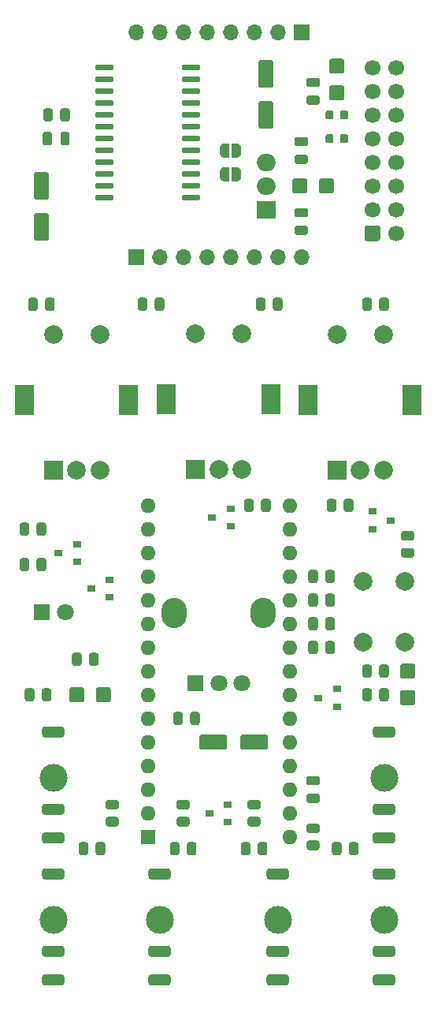
<source format=gts>
%TF.GenerationSoftware,KiCad,Pcbnew,(5.1.10)-1*%
%TF.CreationDate,2022-04-24T20:33:29+02:00*%
%TF.ProjectId,eugenio,65756765-6e69-46f2-9e6b-696361645f70,rev?*%
%TF.SameCoordinates,Original*%
%TF.FileFunction,Soldermask,Top*%
%TF.FilePolarity,Negative*%
%FSLAX46Y46*%
G04 Gerber Fmt 4.6, Leading zero omitted, Abs format (unit mm)*
G04 Created by KiCad (PCBNEW (5.1.10)-1) date 2022-04-24 20:33:29*
%MOMM*%
%LPD*%
G01*
G04 APERTURE LIST*
%ADD10C,3.000000*%
%ADD11O,1.700000X1.700000*%
%ADD12R,1.700000X1.700000*%
%ADD13O,2.720000X3.240000*%
%ADD14C,1.800000*%
%ADD15R,1.800000X1.800000*%
%ADD16R,2.000000X2.000000*%
%ADD17C,2.000000*%
%ADD18R,2.000000X3.200000*%
%ADD19O,2.000000X1.905000*%
%ADD20R,2.000000X1.905000*%
%ADD21C,1.700000*%
%ADD22O,1.600000X1.600000*%
%ADD23R,1.600000X1.600000*%
%ADD24R,0.900000X0.800000*%
%ADD25C,0.100000*%
G04 APERTURE END LIST*
%TO.C,J2*%
G36*
G01*
X90240000Y-152860000D02*
X90240000Y-152260000D01*
G75*
G02*
X90540000Y-151960000I300000J0D01*
G01*
X92340000Y-151960000D01*
G75*
G02*
X92640000Y-152260000I0J-300000D01*
G01*
X92640000Y-152860000D01*
G75*
G02*
X92340000Y-153160000I-300000J0D01*
G01*
X90540000Y-153160000D01*
G75*
G02*
X90240000Y-152860000I0J300000D01*
G01*
G37*
G36*
G01*
X90240000Y-161160000D02*
X90240000Y-160560000D01*
G75*
G02*
X90540000Y-160260000I300000J0D01*
G01*
X92340000Y-160260000D01*
G75*
G02*
X92640000Y-160560000I0J-300000D01*
G01*
X92640000Y-161160000D01*
G75*
G02*
X92340000Y-161460000I-300000J0D01*
G01*
X90540000Y-161460000D01*
G75*
G02*
X90240000Y-161160000I0J300000D01*
G01*
G37*
G36*
G01*
X90240000Y-164260000D02*
X90240000Y-163660000D01*
G75*
G02*
X90540000Y-163360000I300000J0D01*
G01*
X92340000Y-163360000D01*
G75*
G02*
X92640000Y-163660000I0J-300000D01*
G01*
X92640000Y-164260000D01*
G75*
G02*
X92340000Y-164560000I-300000J0D01*
G01*
X90540000Y-164560000D01*
G75*
G02*
X90240000Y-164260000I0J300000D01*
G01*
G37*
D10*
X91440000Y-157480000D03*
%TD*%
%TO.C,J1*%
G36*
G01*
X54680000Y-152860000D02*
X54680000Y-152260000D01*
G75*
G02*
X54980000Y-151960000I300000J0D01*
G01*
X56780000Y-151960000D01*
G75*
G02*
X57080000Y-152260000I0J-300000D01*
G01*
X57080000Y-152860000D01*
G75*
G02*
X56780000Y-153160000I-300000J0D01*
G01*
X54980000Y-153160000D01*
G75*
G02*
X54680000Y-152860000I0J300000D01*
G01*
G37*
G36*
G01*
X54680000Y-161160000D02*
X54680000Y-160560000D01*
G75*
G02*
X54980000Y-160260000I300000J0D01*
G01*
X56780000Y-160260000D01*
G75*
G02*
X57080000Y-160560000I0J-300000D01*
G01*
X57080000Y-161160000D01*
G75*
G02*
X56780000Y-161460000I-300000J0D01*
G01*
X54980000Y-161460000D01*
G75*
G02*
X54680000Y-161160000I0J300000D01*
G01*
G37*
G36*
G01*
X54680000Y-164260000D02*
X54680000Y-163660000D01*
G75*
G02*
X54980000Y-163360000I300000J0D01*
G01*
X56780000Y-163360000D01*
G75*
G02*
X57080000Y-163660000I0J-300000D01*
G01*
X57080000Y-164260000D01*
G75*
G02*
X56780000Y-164560000I-300000J0D01*
G01*
X54980000Y-164560000D01*
G75*
G02*
X54680000Y-164260000I0J300000D01*
G01*
G37*
X55880000Y-157480000D03*
%TD*%
%TO.C,U2*%
G36*
G01*
X62390000Y-79872500D02*
X62390000Y-80147500D01*
G75*
G02*
X62252500Y-80285000I-137500J0D01*
G01*
X60527500Y-80285000D01*
G75*
G02*
X60390000Y-80147500I0J137500D01*
G01*
X60390000Y-79872500D01*
G75*
G02*
X60527500Y-79735000I137500J0D01*
G01*
X62252500Y-79735000D01*
G75*
G02*
X62390000Y-79872500I0J-137500D01*
G01*
G37*
G36*
G01*
X62390000Y-78602500D02*
X62390000Y-78877500D01*
G75*
G02*
X62252500Y-79015000I-137500J0D01*
G01*
X60527500Y-79015000D01*
G75*
G02*
X60390000Y-78877500I0J137500D01*
G01*
X60390000Y-78602500D01*
G75*
G02*
X60527500Y-78465000I137500J0D01*
G01*
X62252500Y-78465000D01*
G75*
G02*
X62390000Y-78602500I0J-137500D01*
G01*
G37*
G36*
G01*
X62390000Y-77332500D02*
X62390000Y-77607500D01*
G75*
G02*
X62252500Y-77745000I-137500J0D01*
G01*
X60527500Y-77745000D01*
G75*
G02*
X60390000Y-77607500I0J137500D01*
G01*
X60390000Y-77332500D01*
G75*
G02*
X60527500Y-77195000I137500J0D01*
G01*
X62252500Y-77195000D01*
G75*
G02*
X62390000Y-77332500I0J-137500D01*
G01*
G37*
G36*
G01*
X62390000Y-76062500D02*
X62390000Y-76337500D01*
G75*
G02*
X62252500Y-76475000I-137500J0D01*
G01*
X60527500Y-76475000D01*
G75*
G02*
X60390000Y-76337500I0J137500D01*
G01*
X60390000Y-76062500D01*
G75*
G02*
X60527500Y-75925000I137500J0D01*
G01*
X62252500Y-75925000D01*
G75*
G02*
X62390000Y-76062500I0J-137500D01*
G01*
G37*
G36*
G01*
X62390000Y-74792500D02*
X62390000Y-75067500D01*
G75*
G02*
X62252500Y-75205000I-137500J0D01*
G01*
X60527500Y-75205000D01*
G75*
G02*
X60390000Y-75067500I0J137500D01*
G01*
X60390000Y-74792500D01*
G75*
G02*
X60527500Y-74655000I137500J0D01*
G01*
X62252500Y-74655000D01*
G75*
G02*
X62390000Y-74792500I0J-137500D01*
G01*
G37*
G36*
G01*
X62390000Y-73522500D02*
X62390000Y-73797500D01*
G75*
G02*
X62252500Y-73935000I-137500J0D01*
G01*
X60527500Y-73935000D01*
G75*
G02*
X60390000Y-73797500I0J137500D01*
G01*
X60390000Y-73522500D01*
G75*
G02*
X60527500Y-73385000I137500J0D01*
G01*
X62252500Y-73385000D01*
G75*
G02*
X62390000Y-73522500I0J-137500D01*
G01*
G37*
G36*
G01*
X62390000Y-72252500D02*
X62390000Y-72527500D01*
G75*
G02*
X62252500Y-72665000I-137500J0D01*
G01*
X60527500Y-72665000D01*
G75*
G02*
X60390000Y-72527500I0J137500D01*
G01*
X60390000Y-72252500D01*
G75*
G02*
X60527500Y-72115000I137500J0D01*
G01*
X62252500Y-72115000D01*
G75*
G02*
X62390000Y-72252500I0J-137500D01*
G01*
G37*
G36*
G01*
X62390000Y-70982500D02*
X62390000Y-71257500D01*
G75*
G02*
X62252500Y-71395000I-137500J0D01*
G01*
X60527500Y-71395000D01*
G75*
G02*
X60390000Y-71257500I0J137500D01*
G01*
X60390000Y-70982500D01*
G75*
G02*
X60527500Y-70845000I137500J0D01*
G01*
X62252500Y-70845000D01*
G75*
G02*
X62390000Y-70982500I0J-137500D01*
G01*
G37*
G36*
G01*
X62390000Y-69712500D02*
X62390000Y-69987500D01*
G75*
G02*
X62252500Y-70125000I-137500J0D01*
G01*
X60527500Y-70125000D01*
G75*
G02*
X60390000Y-69987500I0J137500D01*
G01*
X60390000Y-69712500D01*
G75*
G02*
X60527500Y-69575000I137500J0D01*
G01*
X62252500Y-69575000D01*
G75*
G02*
X62390000Y-69712500I0J-137500D01*
G01*
G37*
G36*
G01*
X62390000Y-68442500D02*
X62390000Y-68717500D01*
G75*
G02*
X62252500Y-68855000I-137500J0D01*
G01*
X60527500Y-68855000D01*
G75*
G02*
X60390000Y-68717500I0J137500D01*
G01*
X60390000Y-68442500D01*
G75*
G02*
X60527500Y-68305000I137500J0D01*
G01*
X62252500Y-68305000D01*
G75*
G02*
X62390000Y-68442500I0J-137500D01*
G01*
G37*
G36*
G01*
X62390000Y-67172500D02*
X62390000Y-67447500D01*
G75*
G02*
X62252500Y-67585000I-137500J0D01*
G01*
X60527500Y-67585000D01*
G75*
G02*
X60390000Y-67447500I0J137500D01*
G01*
X60390000Y-67172500D01*
G75*
G02*
X60527500Y-67035000I137500J0D01*
G01*
X62252500Y-67035000D01*
G75*
G02*
X62390000Y-67172500I0J-137500D01*
G01*
G37*
G36*
G01*
X62390000Y-65902500D02*
X62390000Y-66177500D01*
G75*
G02*
X62252500Y-66315000I-137500J0D01*
G01*
X60527500Y-66315000D01*
G75*
G02*
X60390000Y-66177500I0J137500D01*
G01*
X60390000Y-65902500D01*
G75*
G02*
X60527500Y-65765000I137500J0D01*
G01*
X62252500Y-65765000D01*
G75*
G02*
X62390000Y-65902500I0J-137500D01*
G01*
G37*
G36*
G01*
X71690000Y-65902500D02*
X71690000Y-66177500D01*
G75*
G02*
X71552500Y-66315000I-137500J0D01*
G01*
X69827500Y-66315000D01*
G75*
G02*
X69690000Y-66177500I0J137500D01*
G01*
X69690000Y-65902500D01*
G75*
G02*
X69827500Y-65765000I137500J0D01*
G01*
X71552500Y-65765000D01*
G75*
G02*
X71690000Y-65902500I0J-137500D01*
G01*
G37*
G36*
G01*
X71690000Y-67172500D02*
X71690000Y-67447500D01*
G75*
G02*
X71552500Y-67585000I-137500J0D01*
G01*
X69827500Y-67585000D01*
G75*
G02*
X69690000Y-67447500I0J137500D01*
G01*
X69690000Y-67172500D01*
G75*
G02*
X69827500Y-67035000I137500J0D01*
G01*
X71552500Y-67035000D01*
G75*
G02*
X71690000Y-67172500I0J-137500D01*
G01*
G37*
G36*
G01*
X71690000Y-68442500D02*
X71690000Y-68717500D01*
G75*
G02*
X71552500Y-68855000I-137500J0D01*
G01*
X69827500Y-68855000D01*
G75*
G02*
X69690000Y-68717500I0J137500D01*
G01*
X69690000Y-68442500D01*
G75*
G02*
X69827500Y-68305000I137500J0D01*
G01*
X71552500Y-68305000D01*
G75*
G02*
X71690000Y-68442500I0J-137500D01*
G01*
G37*
G36*
G01*
X71690000Y-69712500D02*
X71690000Y-69987500D01*
G75*
G02*
X71552500Y-70125000I-137500J0D01*
G01*
X69827500Y-70125000D01*
G75*
G02*
X69690000Y-69987500I0J137500D01*
G01*
X69690000Y-69712500D01*
G75*
G02*
X69827500Y-69575000I137500J0D01*
G01*
X71552500Y-69575000D01*
G75*
G02*
X71690000Y-69712500I0J-137500D01*
G01*
G37*
G36*
G01*
X71690000Y-70982500D02*
X71690000Y-71257500D01*
G75*
G02*
X71552500Y-71395000I-137500J0D01*
G01*
X69827500Y-71395000D01*
G75*
G02*
X69690000Y-71257500I0J137500D01*
G01*
X69690000Y-70982500D01*
G75*
G02*
X69827500Y-70845000I137500J0D01*
G01*
X71552500Y-70845000D01*
G75*
G02*
X71690000Y-70982500I0J-137500D01*
G01*
G37*
G36*
G01*
X71690000Y-72252500D02*
X71690000Y-72527500D01*
G75*
G02*
X71552500Y-72665000I-137500J0D01*
G01*
X69827500Y-72665000D01*
G75*
G02*
X69690000Y-72527500I0J137500D01*
G01*
X69690000Y-72252500D01*
G75*
G02*
X69827500Y-72115000I137500J0D01*
G01*
X71552500Y-72115000D01*
G75*
G02*
X71690000Y-72252500I0J-137500D01*
G01*
G37*
G36*
G01*
X71690000Y-73522500D02*
X71690000Y-73797500D01*
G75*
G02*
X71552500Y-73935000I-137500J0D01*
G01*
X69827500Y-73935000D01*
G75*
G02*
X69690000Y-73797500I0J137500D01*
G01*
X69690000Y-73522500D01*
G75*
G02*
X69827500Y-73385000I137500J0D01*
G01*
X71552500Y-73385000D01*
G75*
G02*
X71690000Y-73522500I0J-137500D01*
G01*
G37*
G36*
G01*
X71690000Y-74792500D02*
X71690000Y-75067500D01*
G75*
G02*
X71552500Y-75205000I-137500J0D01*
G01*
X69827500Y-75205000D01*
G75*
G02*
X69690000Y-75067500I0J137500D01*
G01*
X69690000Y-74792500D01*
G75*
G02*
X69827500Y-74655000I137500J0D01*
G01*
X71552500Y-74655000D01*
G75*
G02*
X71690000Y-74792500I0J-137500D01*
G01*
G37*
G36*
G01*
X71690000Y-76062500D02*
X71690000Y-76337500D01*
G75*
G02*
X71552500Y-76475000I-137500J0D01*
G01*
X69827500Y-76475000D01*
G75*
G02*
X69690000Y-76337500I0J137500D01*
G01*
X69690000Y-76062500D01*
G75*
G02*
X69827500Y-75925000I137500J0D01*
G01*
X71552500Y-75925000D01*
G75*
G02*
X71690000Y-76062500I0J-137500D01*
G01*
G37*
G36*
G01*
X71690000Y-77332500D02*
X71690000Y-77607500D01*
G75*
G02*
X71552500Y-77745000I-137500J0D01*
G01*
X69827500Y-77745000D01*
G75*
G02*
X69690000Y-77607500I0J137500D01*
G01*
X69690000Y-77332500D01*
G75*
G02*
X69827500Y-77195000I137500J0D01*
G01*
X71552500Y-77195000D01*
G75*
G02*
X71690000Y-77332500I0J-137500D01*
G01*
G37*
G36*
G01*
X71690000Y-78602500D02*
X71690000Y-78877500D01*
G75*
G02*
X71552500Y-79015000I-137500J0D01*
G01*
X69827500Y-79015000D01*
G75*
G02*
X69690000Y-78877500I0J137500D01*
G01*
X69690000Y-78602500D01*
G75*
G02*
X69827500Y-78465000I137500J0D01*
G01*
X71552500Y-78465000D01*
G75*
G02*
X71690000Y-78602500I0J-137500D01*
G01*
G37*
G36*
G01*
X71690000Y-79872500D02*
X71690000Y-80147500D01*
G75*
G02*
X71552500Y-80285000I-137500J0D01*
G01*
X69827500Y-80285000D01*
G75*
G02*
X69690000Y-80147500I0J137500D01*
G01*
X69690000Y-79872500D01*
G75*
G02*
X69827500Y-79735000I137500J0D01*
G01*
X71552500Y-79735000D01*
G75*
G02*
X71690000Y-79872500I0J-137500D01*
G01*
G37*
%TD*%
D11*
%TO.C,J8*%
X82550000Y-86360000D03*
X80010000Y-86360000D03*
X77470000Y-86360000D03*
X74930000Y-86360000D03*
X72390000Y-86360000D03*
X69850000Y-86360000D03*
X67310000Y-86360000D03*
D12*
X64770000Y-86360000D03*
%TD*%
%TO.C,C3*%
G36*
G01*
X83345000Y-143960000D02*
X84295000Y-143960000D01*
G75*
G02*
X84545000Y-144210000I0J-250000D01*
G01*
X84545000Y-144710000D01*
G75*
G02*
X84295000Y-144960000I-250000J0D01*
G01*
X83345000Y-144960000D01*
G75*
G02*
X83095000Y-144710000I0J250000D01*
G01*
X83095000Y-144210000D01*
G75*
G02*
X83345000Y-143960000I250000J0D01*
G01*
G37*
G36*
G01*
X83345000Y-142060000D02*
X84295000Y-142060000D01*
G75*
G02*
X84545000Y-142310000I0J-250000D01*
G01*
X84545000Y-142810000D01*
G75*
G02*
X84295000Y-143060000I-250000J0D01*
G01*
X83345000Y-143060000D01*
G75*
G02*
X83095000Y-142810000I0J250000D01*
G01*
X83095000Y-142310000D01*
G75*
G02*
X83345000Y-142060000I250000J0D01*
G01*
G37*
%TD*%
%TO.C,R24*%
G36*
G01*
X53297500Y-118929998D02*
X53297500Y-119830002D01*
G75*
G02*
X53047502Y-120080000I-249998J0D01*
G01*
X52522498Y-120080000D01*
G75*
G02*
X52272500Y-119830002I0J249998D01*
G01*
X52272500Y-118929998D01*
G75*
G02*
X52522498Y-118680000I249998J0D01*
G01*
X53047502Y-118680000D01*
G75*
G02*
X53297500Y-118929998I0J-249998D01*
G01*
G37*
G36*
G01*
X55122500Y-118929998D02*
X55122500Y-119830002D01*
G75*
G02*
X54872502Y-120080000I-249998J0D01*
G01*
X54347498Y-120080000D01*
G75*
G02*
X54097500Y-119830002I0J249998D01*
G01*
X54097500Y-118929998D01*
G75*
G02*
X54347498Y-118680000I249998J0D01*
G01*
X54872502Y-118680000D01*
G75*
G02*
X55122500Y-118929998I0J-249998D01*
G01*
G37*
%TD*%
%TO.C,R22*%
G36*
G01*
X70250000Y-150310002D02*
X70250000Y-149409998D01*
G75*
G02*
X70499998Y-149160000I249998J0D01*
G01*
X71025002Y-149160000D01*
G75*
G02*
X71275000Y-149409998I0J-249998D01*
G01*
X71275000Y-150310002D01*
G75*
G02*
X71025002Y-150560000I-249998J0D01*
G01*
X70499998Y-150560000D01*
G75*
G02*
X70250000Y-150310002I0J249998D01*
G01*
G37*
G36*
G01*
X68425000Y-150310002D02*
X68425000Y-149409998D01*
G75*
G02*
X68674998Y-149160000I249998J0D01*
G01*
X69200002Y-149160000D01*
G75*
G02*
X69450000Y-149409998I0J-249998D01*
G01*
X69450000Y-150310002D01*
G75*
G02*
X69200002Y-150560000I-249998J0D01*
G01*
X68674998Y-150560000D01*
G75*
G02*
X68425000Y-150310002I0J249998D01*
G01*
G37*
%TD*%
D13*
%TO.C,RV1*%
X68860000Y-124580000D03*
X78460000Y-124580000D03*
D14*
X76160000Y-132080000D03*
X73660000Y-132080000D03*
D15*
X71160000Y-132080000D03*
%TD*%
%TO.C,R16*%
G36*
G01*
X77920002Y-145650000D02*
X77019998Y-145650000D01*
G75*
G02*
X76770000Y-145400002I0J249998D01*
G01*
X76770000Y-144874998D01*
G75*
G02*
X77019998Y-144625000I249998J0D01*
G01*
X77920002Y-144625000D01*
G75*
G02*
X78170000Y-144874998I0J-249998D01*
G01*
X78170000Y-145400002D01*
G75*
G02*
X77920002Y-145650000I-249998J0D01*
G01*
G37*
G36*
G01*
X77920002Y-147475000D02*
X77019998Y-147475000D01*
G75*
G02*
X76770000Y-147225002I0J249998D01*
G01*
X76770000Y-146699998D01*
G75*
G02*
X77019998Y-146450000I249998J0D01*
G01*
X77920002Y-146450000D01*
G75*
G02*
X78170000Y-146699998I0J-249998D01*
G01*
X78170000Y-147225002D01*
G75*
G02*
X77920002Y-147475000I-249998J0D01*
G01*
G37*
%TD*%
%TO.C,R15*%
G36*
G01*
X77070000Y-149409998D02*
X77070000Y-150310002D01*
G75*
G02*
X76820002Y-150560000I-249998J0D01*
G01*
X76294998Y-150560000D01*
G75*
G02*
X76045000Y-150310002I0J249998D01*
G01*
X76045000Y-149409998D01*
G75*
G02*
X76294998Y-149160000I249998J0D01*
G01*
X76820002Y-149160000D01*
G75*
G02*
X77070000Y-149409998I0J-249998D01*
G01*
G37*
G36*
G01*
X78895000Y-149409998D02*
X78895000Y-150310002D01*
G75*
G02*
X78645002Y-150560000I-249998J0D01*
G01*
X78119998Y-150560000D01*
G75*
G02*
X77870000Y-150310002I0J249998D01*
G01*
X77870000Y-149409998D01*
G75*
G02*
X78119998Y-149160000I249998J0D01*
G01*
X78645002Y-149160000D01*
G75*
G02*
X78895000Y-149409998I0J-249998D01*
G01*
G37*
%TD*%
%TO.C,D1*%
G36*
G01*
X94555000Y-131610000D02*
X93405000Y-131610000D01*
G75*
G02*
X93155000Y-131360000I0J250000D01*
G01*
X93155000Y-130260000D01*
G75*
G02*
X93405000Y-130010000I250000J0D01*
G01*
X94555000Y-130010000D01*
G75*
G02*
X94805000Y-130260000I0J-250000D01*
G01*
X94805000Y-131360000D01*
G75*
G02*
X94555000Y-131610000I-250000J0D01*
G01*
G37*
G36*
G01*
X94555000Y-134460000D02*
X93405000Y-134460000D01*
G75*
G02*
X93155000Y-134210000I0J250000D01*
G01*
X93155000Y-133110000D01*
G75*
G02*
X93405000Y-132860000I250000J0D01*
G01*
X94555000Y-132860000D01*
G75*
G02*
X94805000Y-133110000I0J-250000D01*
G01*
X94805000Y-134210000D01*
G75*
G02*
X94555000Y-134460000I-250000J0D01*
G01*
G37*
%TD*%
%TO.C,D5*%
G36*
G01*
X84445000Y-79315000D02*
X84445000Y-78165000D01*
G75*
G02*
X84695000Y-77915000I250000J0D01*
G01*
X85795000Y-77915000D01*
G75*
G02*
X86045000Y-78165000I0J-250000D01*
G01*
X86045000Y-79315000D01*
G75*
G02*
X85795000Y-79565000I-250000J0D01*
G01*
X84695000Y-79565000D01*
G75*
G02*
X84445000Y-79315000I0J250000D01*
G01*
G37*
G36*
G01*
X81595000Y-79315000D02*
X81595000Y-78165000D01*
G75*
G02*
X81845000Y-77915000I250000J0D01*
G01*
X82945000Y-77915000D01*
G75*
G02*
X83195000Y-78165000I0J-250000D01*
G01*
X83195000Y-79315000D01*
G75*
G02*
X82945000Y-79565000I-250000J0D01*
G01*
X81845000Y-79565000D01*
G75*
G02*
X81595000Y-79315000I0J250000D01*
G01*
G37*
%TD*%
D16*
%TO.C,SW3*%
X86360000Y-109220000D03*
D17*
X88860000Y-109220000D03*
X91360000Y-109220000D03*
D18*
X83260000Y-101720000D03*
X94460000Y-101720000D03*
D17*
X86360000Y-94720000D03*
X91360000Y-94720000D03*
%TD*%
%TO.C,D4*%
G36*
G01*
X60470000Y-133925000D02*
X60470000Y-132775000D01*
G75*
G02*
X60720000Y-132525000I250000J0D01*
G01*
X61820000Y-132525000D01*
G75*
G02*
X62070000Y-132775000I0J-250000D01*
G01*
X62070000Y-133925000D01*
G75*
G02*
X61820000Y-134175000I-250000J0D01*
G01*
X60720000Y-134175000D01*
G75*
G02*
X60470000Y-133925000I0J250000D01*
G01*
G37*
G36*
G01*
X57620000Y-133925000D02*
X57620000Y-132775000D01*
G75*
G02*
X57870000Y-132525000I250000J0D01*
G01*
X58970000Y-132525000D01*
G75*
G02*
X59220000Y-132775000I0J-250000D01*
G01*
X59220000Y-133925000D01*
G75*
G02*
X58970000Y-134175000I-250000J0D01*
G01*
X57870000Y-134175000D01*
G75*
G02*
X57620000Y-133925000I0J250000D01*
G01*
G37*
%TD*%
D16*
%TO.C,SW2*%
X71160000Y-109132663D03*
D17*
X73660000Y-109132663D03*
X76160000Y-109132663D03*
D18*
X68060000Y-101632663D03*
X79260000Y-101632663D03*
D17*
X71160000Y-94632663D03*
X76160000Y-94632663D03*
%TD*%
%TO.C,R25*%
G36*
G01*
X54097500Y-116020002D02*
X54097500Y-115119998D01*
G75*
G02*
X54347498Y-114870000I249998J0D01*
G01*
X54872502Y-114870000D01*
G75*
G02*
X55122500Y-115119998I0J-249998D01*
G01*
X55122500Y-116020002D01*
G75*
G02*
X54872502Y-116270000I-249998J0D01*
G01*
X54347498Y-116270000D01*
G75*
G02*
X54097500Y-116020002I0J249998D01*
G01*
G37*
G36*
G01*
X52272500Y-116020002D02*
X52272500Y-115119998D01*
G75*
G02*
X52522498Y-114870000I249998J0D01*
G01*
X53047502Y-114870000D01*
G75*
G02*
X53297500Y-115119998I0J-249998D01*
G01*
X53297500Y-116020002D01*
G75*
G02*
X53047502Y-116270000I-249998J0D01*
G01*
X52522498Y-116270000D01*
G75*
G02*
X52272500Y-116020002I0J249998D01*
G01*
G37*
%TD*%
%TO.C,C1*%
G36*
G01*
X83025000Y-82100000D02*
X82075000Y-82100000D01*
G75*
G02*
X81825000Y-81850000I0J250000D01*
G01*
X81825000Y-81350000D01*
G75*
G02*
X82075000Y-81100000I250000J0D01*
G01*
X83025000Y-81100000D01*
G75*
G02*
X83275000Y-81350000I0J-250000D01*
G01*
X83275000Y-81850000D01*
G75*
G02*
X83025000Y-82100000I-250000J0D01*
G01*
G37*
G36*
G01*
X83025000Y-84000000D02*
X82075000Y-84000000D01*
G75*
G02*
X81825000Y-83750000I0J250000D01*
G01*
X81825000Y-83250000D01*
G75*
G02*
X82075000Y-83000000I250000J0D01*
G01*
X83025000Y-83000000D01*
G75*
G02*
X83275000Y-83250000I0J-250000D01*
G01*
X83275000Y-83750000D01*
G75*
G02*
X83025000Y-84000000I-250000J0D01*
G01*
G37*
%TD*%
D19*
%TO.C,U1*%
X78740000Y-76200000D03*
X78740000Y-78740000D03*
D20*
X78740000Y-81280000D03*
%TD*%
%TO.C,C2*%
G36*
G01*
X82075000Y-75380000D02*
X83025000Y-75380000D01*
G75*
G02*
X83275000Y-75630000I0J-250000D01*
G01*
X83275000Y-76130000D01*
G75*
G02*
X83025000Y-76380000I-250000J0D01*
G01*
X82075000Y-76380000D01*
G75*
G02*
X81825000Y-76130000I0J250000D01*
G01*
X81825000Y-75630000D01*
G75*
G02*
X82075000Y-75380000I250000J0D01*
G01*
G37*
G36*
G01*
X82075000Y-73480000D02*
X83025000Y-73480000D01*
G75*
G02*
X83275000Y-73730000I0J-250000D01*
G01*
X83275000Y-74230000D01*
G75*
G02*
X83025000Y-74480000I-250000J0D01*
G01*
X82075000Y-74480000D01*
G75*
G02*
X81825000Y-74230000I0J250000D01*
G01*
X81825000Y-73730000D01*
G75*
G02*
X82075000Y-73480000I250000J0D01*
G01*
G37*
%TD*%
%TO.C,C4*%
G36*
G01*
X75970000Y-138980000D02*
X75970000Y-137880000D01*
G75*
G02*
X76220000Y-137630000I250000J0D01*
G01*
X78720000Y-137630000D01*
G75*
G02*
X78970000Y-137880000I0J-250000D01*
G01*
X78970000Y-138980000D01*
G75*
G02*
X78720000Y-139230000I-250000J0D01*
G01*
X76220000Y-139230000D01*
G75*
G02*
X75970000Y-138980000I0J250000D01*
G01*
G37*
G36*
G01*
X71570000Y-138980000D02*
X71570000Y-137880000D01*
G75*
G02*
X71820000Y-137630000I250000J0D01*
G01*
X74320000Y-137630000D01*
G75*
G02*
X74570000Y-137880000I0J-250000D01*
G01*
X74570000Y-138980000D01*
G75*
G02*
X74320000Y-139230000I-250000J0D01*
G01*
X71820000Y-139230000D01*
G75*
G02*
X71570000Y-138980000I0J250000D01*
G01*
G37*
%TD*%
%TO.C,R27*%
G36*
G01*
X59732500Y-129990002D02*
X59732500Y-129089998D01*
G75*
G02*
X59982498Y-128840000I249998J0D01*
G01*
X60507502Y-128840000D01*
G75*
G02*
X60757500Y-129089998I0J-249998D01*
G01*
X60757500Y-129990002D01*
G75*
G02*
X60507502Y-130240000I-249998J0D01*
G01*
X59982498Y-130240000D01*
G75*
G02*
X59732500Y-129990002I0J249998D01*
G01*
G37*
G36*
G01*
X57907500Y-129990002D02*
X57907500Y-129089998D01*
G75*
G02*
X58157498Y-128840000I249998J0D01*
G01*
X58682502Y-128840000D01*
G75*
G02*
X58932500Y-129089998I0J-249998D01*
G01*
X58932500Y-129990002D01*
G75*
G02*
X58682502Y-130240000I-249998J0D01*
G01*
X58157498Y-130240000D01*
G75*
G02*
X57907500Y-129990002I0J249998D01*
G01*
G37*
%TD*%
D21*
%TO.C,J6*%
X92710000Y-66040000D03*
X92710000Y-68580000D03*
X92710000Y-71120000D03*
X92710000Y-73660000D03*
X92710000Y-76200000D03*
X92710000Y-78740000D03*
X92710000Y-81280000D03*
X92710000Y-83820000D03*
X90170000Y-66040000D03*
X90170000Y-68580000D03*
X90170000Y-71120000D03*
X90170000Y-73660000D03*
X90170000Y-76200000D03*
X90170000Y-78740000D03*
X90170000Y-81280000D03*
G36*
G01*
X89320000Y-84420000D02*
X89320000Y-83220000D01*
G75*
G02*
X89570000Y-82970000I250000J0D01*
G01*
X90770000Y-82970000D01*
G75*
G02*
X91020000Y-83220000I0J-250000D01*
G01*
X91020000Y-84420000D01*
G75*
G02*
X90770000Y-84670000I-250000J0D01*
G01*
X89570000Y-84670000D01*
G75*
G02*
X89320000Y-84420000I0J250000D01*
G01*
G37*
%TD*%
%TO.C,C8*%
G36*
G01*
X84295000Y-68130000D02*
X83345000Y-68130000D01*
G75*
G02*
X83095000Y-67880000I0J250000D01*
G01*
X83095000Y-67380000D01*
G75*
G02*
X83345000Y-67130000I250000J0D01*
G01*
X84295000Y-67130000D01*
G75*
G02*
X84545000Y-67380000I0J-250000D01*
G01*
X84545000Y-67880000D01*
G75*
G02*
X84295000Y-68130000I-250000J0D01*
G01*
G37*
G36*
G01*
X84295000Y-70030000D02*
X83345000Y-70030000D01*
G75*
G02*
X83095000Y-69780000I0J250000D01*
G01*
X83095000Y-69280000D01*
G75*
G02*
X83345000Y-69030000I250000J0D01*
G01*
X84295000Y-69030000D01*
G75*
G02*
X84545000Y-69280000I0J-250000D01*
G01*
X84545000Y-69780000D01*
G75*
G02*
X84295000Y-70030000I-250000J0D01*
G01*
G37*
%TD*%
%TO.C,R28*%
G36*
G01*
X56637500Y-71570002D02*
X56637500Y-70669998D01*
G75*
G02*
X56887498Y-70420000I249998J0D01*
G01*
X57412502Y-70420000D01*
G75*
G02*
X57662500Y-70669998I0J-249998D01*
G01*
X57662500Y-71570002D01*
G75*
G02*
X57412502Y-71820000I-249998J0D01*
G01*
X56887498Y-71820000D01*
G75*
G02*
X56637500Y-71570002I0J249998D01*
G01*
G37*
G36*
G01*
X54812500Y-71570002D02*
X54812500Y-70669998D01*
G75*
G02*
X55062498Y-70420000I249998J0D01*
G01*
X55587502Y-70420000D01*
G75*
G02*
X55837500Y-70669998I0J-249998D01*
G01*
X55837500Y-71570002D01*
G75*
G02*
X55587502Y-71820000I-249998J0D01*
G01*
X55062498Y-71820000D01*
G75*
G02*
X54812500Y-71570002I0J249998D01*
G01*
G37*
%TD*%
%TO.C,C7*%
G36*
G01*
X54060000Y-81640000D02*
X55160000Y-81640000D01*
G75*
G02*
X55410000Y-81890000I0J-250000D01*
G01*
X55410000Y-84390000D01*
G75*
G02*
X55160000Y-84640000I-250000J0D01*
G01*
X54060000Y-84640000D01*
G75*
G02*
X53810000Y-84390000I0J250000D01*
G01*
X53810000Y-81890000D01*
G75*
G02*
X54060000Y-81640000I250000J0D01*
G01*
G37*
G36*
G01*
X54060000Y-77240000D02*
X55160000Y-77240000D01*
G75*
G02*
X55410000Y-77490000I0J-250000D01*
G01*
X55410000Y-79990000D01*
G75*
G02*
X55160000Y-80240000I-250000J0D01*
G01*
X54060000Y-80240000D01*
G75*
G02*
X53810000Y-79990000I0J250000D01*
G01*
X53810000Y-77490000D01*
G75*
G02*
X54060000Y-77240000I250000J0D01*
G01*
G37*
%TD*%
D17*
%TO.C,SW4*%
X93693545Y-127683950D03*
X89193545Y-127683950D03*
X93693545Y-121183950D03*
X89193545Y-121183950D03*
%TD*%
%TO.C,R26*%
G36*
G01*
X53852500Y-132899998D02*
X53852500Y-133800002D01*
G75*
G02*
X53602502Y-134050000I-249998J0D01*
G01*
X53077498Y-134050000D01*
G75*
G02*
X52827500Y-133800002I0J249998D01*
G01*
X52827500Y-132899998D01*
G75*
G02*
X53077498Y-132650000I249998J0D01*
G01*
X53602502Y-132650000D01*
G75*
G02*
X53852500Y-132899998I0J-249998D01*
G01*
G37*
G36*
G01*
X55677500Y-132899998D02*
X55677500Y-133800002D01*
G75*
G02*
X55427502Y-134050000I-249998J0D01*
G01*
X54902498Y-134050000D01*
G75*
G02*
X54652500Y-133800002I0J249998D01*
G01*
X54652500Y-132899998D01*
G75*
G02*
X54902498Y-132650000I249998J0D01*
G01*
X55427502Y-132650000D01*
G75*
G02*
X55677500Y-132899998I0J-249998D01*
G01*
G37*
%TD*%
%TO.C,R20*%
G36*
G01*
X90127500Y-132899998D02*
X90127500Y-133800002D01*
G75*
G02*
X89877502Y-134050000I-249998J0D01*
G01*
X89352498Y-134050000D01*
G75*
G02*
X89102500Y-133800002I0J249998D01*
G01*
X89102500Y-132899998D01*
G75*
G02*
X89352498Y-132650000I249998J0D01*
G01*
X89877502Y-132650000D01*
G75*
G02*
X90127500Y-132899998I0J-249998D01*
G01*
G37*
G36*
G01*
X91952500Y-132899998D02*
X91952500Y-133800002D01*
G75*
G02*
X91702502Y-134050000I-249998J0D01*
G01*
X91177498Y-134050000D01*
G75*
G02*
X90927500Y-133800002I0J249998D01*
G01*
X90927500Y-132899998D01*
G75*
G02*
X91177498Y-132650000I249998J0D01*
G01*
X91702502Y-132650000D01*
G75*
G02*
X91952500Y-132899998I0J-249998D01*
G01*
G37*
%TD*%
%TO.C,R19*%
G36*
G01*
X84332500Y-125279998D02*
X84332500Y-126180002D01*
G75*
G02*
X84082502Y-126430000I-249998J0D01*
G01*
X83557498Y-126430000D01*
G75*
G02*
X83307500Y-126180002I0J249998D01*
G01*
X83307500Y-125279998D01*
G75*
G02*
X83557498Y-125030000I249998J0D01*
G01*
X84082502Y-125030000D01*
G75*
G02*
X84332500Y-125279998I0J-249998D01*
G01*
G37*
G36*
G01*
X86157500Y-125279998D02*
X86157500Y-126180002D01*
G75*
G02*
X85907502Y-126430000I-249998J0D01*
G01*
X85382498Y-126430000D01*
G75*
G02*
X85132500Y-126180002I0J249998D01*
G01*
X85132500Y-125279998D01*
G75*
G02*
X85382498Y-125030000I249998J0D01*
G01*
X85907502Y-125030000D01*
G75*
G02*
X86157500Y-125279998I0J-249998D01*
G01*
G37*
%TD*%
%TO.C,C6*%
G36*
G01*
X55750000Y-73185000D02*
X55750000Y-74135000D01*
G75*
G02*
X55500000Y-74385000I-250000J0D01*
G01*
X55000000Y-74385000D01*
G75*
G02*
X54750000Y-74135000I0J250000D01*
G01*
X54750000Y-73185000D01*
G75*
G02*
X55000000Y-72935000I250000J0D01*
G01*
X55500000Y-72935000D01*
G75*
G02*
X55750000Y-73185000I0J-250000D01*
G01*
G37*
G36*
G01*
X57650000Y-73185000D02*
X57650000Y-74135000D01*
G75*
G02*
X57400000Y-74385000I-250000J0D01*
G01*
X56900000Y-74385000D01*
G75*
G02*
X56650000Y-74135000I0J250000D01*
G01*
X56650000Y-73185000D01*
G75*
G02*
X56900000Y-72935000I250000J0D01*
G01*
X57400000Y-72935000D01*
G75*
G02*
X57650000Y-73185000I0J-250000D01*
G01*
G37*
%TD*%
D16*
%TO.C,SW1*%
X55880000Y-109220000D03*
D17*
X58380000Y-109220000D03*
X60880000Y-109220000D03*
D18*
X52780000Y-101720000D03*
X63980000Y-101720000D03*
D17*
X55880000Y-94720000D03*
X60880000Y-94720000D03*
%TD*%
%TO.C,R23*%
G36*
G01*
X70300002Y-145650000D02*
X69399998Y-145650000D01*
G75*
G02*
X69150000Y-145400002I0J249998D01*
G01*
X69150000Y-144874998D01*
G75*
G02*
X69399998Y-144625000I249998J0D01*
G01*
X70300002Y-144625000D01*
G75*
G02*
X70550000Y-144874998I0J-249998D01*
G01*
X70550000Y-145400002D01*
G75*
G02*
X70300002Y-145650000I-249998J0D01*
G01*
G37*
G36*
G01*
X70300002Y-147475000D02*
X69399998Y-147475000D01*
G75*
G02*
X69150000Y-147225002I0J249998D01*
G01*
X69150000Y-146699998D01*
G75*
G02*
X69399998Y-146450000I249998J0D01*
G01*
X70300002Y-146450000D01*
G75*
G02*
X70550000Y-146699998I0J-249998D01*
G01*
X70550000Y-147225002D01*
G75*
G02*
X70300002Y-147475000I-249998J0D01*
G01*
G37*
%TD*%
D22*
%TO.C,A1*%
X81280000Y-113030000D03*
X66040000Y-113030000D03*
X81280000Y-148590000D03*
X66040000Y-115570000D03*
X81280000Y-146050000D03*
X66040000Y-118110000D03*
X81280000Y-143510000D03*
X66040000Y-120650000D03*
X81280000Y-140970000D03*
X66040000Y-123190000D03*
X81280000Y-138430000D03*
X66040000Y-125730000D03*
X81280000Y-135890000D03*
X66040000Y-128270000D03*
X81280000Y-133350000D03*
X66040000Y-130810000D03*
X81280000Y-130810000D03*
X66040000Y-133350000D03*
X81280000Y-128270000D03*
X66040000Y-135890000D03*
X81280000Y-125730000D03*
X66040000Y-138430000D03*
X81280000Y-123190000D03*
X66040000Y-140970000D03*
X81280000Y-120650000D03*
X66040000Y-143510000D03*
X81280000Y-118110000D03*
X66040000Y-146050000D03*
X81280000Y-115570000D03*
D23*
X66040000Y-148590000D03*
%TD*%
%TO.C,R21*%
G36*
G01*
X90927500Y-131260002D02*
X90927500Y-130359998D01*
G75*
G02*
X91177498Y-130110000I249998J0D01*
G01*
X91702502Y-130110000D01*
G75*
G02*
X91952500Y-130359998I0J-249998D01*
G01*
X91952500Y-131260002D01*
G75*
G02*
X91702502Y-131510000I-249998J0D01*
G01*
X91177498Y-131510000D01*
G75*
G02*
X90927500Y-131260002I0J249998D01*
G01*
G37*
G36*
G01*
X89102500Y-131260002D02*
X89102500Y-130359998D01*
G75*
G02*
X89352498Y-130110000I249998J0D01*
G01*
X89877502Y-130110000D01*
G75*
G02*
X90127500Y-130359998I0J-249998D01*
G01*
X90127500Y-131260002D01*
G75*
G02*
X89877502Y-131510000I-249998J0D01*
G01*
X89352498Y-131510000D01*
G75*
G02*
X89102500Y-131260002I0J249998D01*
G01*
G37*
%TD*%
%TO.C,D3*%
G36*
G01*
X86935000Y-66685000D02*
X85785000Y-66685000D01*
G75*
G02*
X85535000Y-66435000I0J250000D01*
G01*
X85535000Y-65335000D01*
G75*
G02*
X85785000Y-65085000I250000J0D01*
G01*
X86935000Y-65085000D01*
G75*
G02*
X87185000Y-65335000I0J-250000D01*
G01*
X87185000Y-66435000D01*
G75*
G02*
X86935000Y-66685000I-250000J0D01*
G01*
G37*
G36*
G01*
X86935000Y-69535000D02*
X85785000Y-69535000D01*
G75*
G02*
X85535000Y-69285000I0J250000D01*
G01*
X85535000Y-68185000D01*
G75*
G02*
X85785000Y-67935000I250000J0D01*
G01*
X86935000Y-67935000D01*
G75*
G02*
X87185000Y-68185000I0J-250000D01*
G01*
X87185000Y-69285000D01*
G75*
G02*
X86935000Y-69535000I-250000J0D01*
G01*
G37*
%TD*%
%TO.C,R14*%
G36*
G01*
X84332500Y-127819998D02*
X84332500Y-128720002D01*
G75*
G02*
X84082502Y-128970000I-249998J0D01*
G01*
X83557498Y-128970000D01*
G75*
G02*
X83307500Y-128720002I0J249998D01*
G01*
X83307500Y-127819998D01*
G75*
G02*
X83557498Y-127570000I249998J0D01*
G01*
X84082502Y-127570000D01*
G75*
G02*
X84332500Y-127819998I0J-249998D01*
G01*
G37*
G36*
G01*
X86157500Y-127819998D02*
X86157500Y-128720002D01*
G75*
G02*
X85907502Y-128970000I-249998J0D01*
G01*
X85382498Y-128970000D01*
G75*
G02*
X85132500Y-128720002I0J249998D01*
G01*
X85132500Y-127819998D01*
G75*
G02*
X85382498Y-127570000I249998J0D01*
G01*
X85907502Y-127570000D01*
G75*
G02*
X86157500Y-127819998I0J-249998D01*
G01*
G37*
%TD*%
%TO.C,R18*%
G36*
G01*
X94430002Y-116797500D02*
X93529998Y-116797500D01*
G75*
G02*
X93280000Y-116547502I0J249998D01*
G01*
X93280000Y-116022498D01*
G75*
G02*
X93529998Y-115772500I249998J0D01*
G01*
X94430002Y-115772500D01*
G75*
G02*
X94680000Y-116022498I0J-249998D01*
G01*
X94680000Y-116547502D01*
G75*
G02*
X94430002Y-116797500I-249998J0D01*
G01*
G37*
G36*
G01*
X94430002Y-118622500D02*
X93529998Y-118622500D01*
G75*
G02*
X93280000Y-118372502I0J249998D01*
G01*
X93280000Y-117847498D01*
G75*
G02*
X93529998Y-117597500I249998J0D01*
G01*
X94430002Y-117597500D01*
G75*
G02*
X94680000Y-117847498I0J-249998D01*
G01*
X94680000Y-118372502D01*
G75*
G02*
X94430002Y-118622500I-249998J0D01*
G01*
G37*
%TD*%
%TO.C,R6*%
G36*
G01*
X54210000Y-90989998D02*
X54210000Y-91890002D01*
G75*
G02*
X53960002Y-92140000I-249998J0D01*
G01*
X53434998Y-92140000D01*
G75*
G02*
X53185000Y-91890002I0J249998D01*
G01*
X53185000Y-90989998D01*
G75*
G02*
X53434998Y-90740000I249998J0D01*
G01*
X53960002Y-90740000D01*
G75*
G02*
X54210000Y-90989998I0J-249998D01*
G01*
G37*
G36*
G01*
X56035000Y-90989998D02*
X56035000Y-91890002D01*
G75*
G02*
X55785002Y-92140000I-249998J0D01*
G01*
X55259998Y-92140000D01*
G75*
G02*
X55010000Y-91890002I0J249998D01*
G01*
X55010000Y-90989998D01*
G75*
G02*
X55259998Y-90740000I249998J0D01*
G01*
X55785002Y-90740000D01*
G75*
G02*
X56035000Y-90989998I0J-249998D01*
G01*
G37*
%TD*%
D24*
%TO.C,Q2*%
X72930000Y-114300000D03*
X74930000Y-113350000D03*
X74930000Y-115250000D03*
%TD*%
%TO.C,C5*%
G36*
G01*
X79290000Y-68220000D02*
X78190000Y-68220000D01*
G75*
G02*
X77940000Y-67970000I0J250000D01*
G01*
X77940000Y-65470000D01*
G75*
G02*
X78190000Y-65220000I250000J0D01*
G01*
X79290000Y-65220000D01*
G75*
G02*
X79540000Y-65470000I0J-250000D01*
G01*
X79540000Y-67970000D01*
G75*
G02*
X79290000Y-68220000I-250000J0D01*
G01*
G37*
G36*
G01*
X79290000Y-72620000D02*
X78190000Y-72620000D01*
G75*
G02*
X77940000Y-72370000I0J250000D01*
G01*
X77940000Y-69870000D01*
G75*
G02*
X78190000Y-69620000I250000J0D01*
G01*
X79290000Y-69620000D01*
G75*
G02*
X79540000Y-69870000I0J-250000D01*
G01*
X79540000Y-72370000D01*
G75*
G02*
X79290000Y-72620000I-250000J0D01*
G01*
G37*
%TD*%
%TO.C,R17*%
G36*
G01*
X87117500Y-113480002D02*
X87117500Y-112579998D01*
G75*
G02*
X87367498Y-112330000I249998J0D01*
G01*
X87892502Y-112330000D01*
G75*
G02*
X88142500Y-112579998I0J-249998D01*
G01*
X88142500Y-113480002D01*
G75*
G02*
X87892502Y-113730000I-249998J0D01*
G01*
X87367498Y-113730000D01*
G75*
G02*
X87117500Y-113480002I0J249998D01*
G01*
G37*
G36*
G01*
X85292500Y-113480002D02*
X85292500Y-112579998D01*
G75*
G02*
X85542498Y-112330000I249998J0D01*
G01*
X86067502Y-112330000D01*
G75*
G02*
X86317500Y-112579998I0J-249998D01*
G01*
X86317500Y-113480002D01*
G75*
G02*
X86067502Y-113730000I-249998J0D01*
G01*
X85542498Y-113730000D01*
G75*
G02*
X85292500Y-113480002I0J249998D01*
G01*
G37*
%TD*%
%TO.C,J7*%
G36*
G01*
X54680000Y-137620000D02*
X54680000Y-137020000D01*
G75*
G02*
X54980000Y-136720000I300000J0D01*
G01*
X56780000Y-136720000D01*
G75*
G02*
X57080000Y-137020000I0J-300000D01*
G01*
X57080000Y-137620000D01*
G75*
G02*
X56780000Y-137920000I-300000J0D01*
G01*
X54980000Y-137920000D01*
G75*
G02*
X54680000Y-137620000I0J300000D01*
G01*
G37*
G36*
G01*
X54680000Y-145920000D02*
X54680000Y-145320000D01*
G75*
G02*
X54980000Y-145020000I300000J0D01*
G01*
X56780000Y-145020000D01*
G75*
G02*
X57080000Y-145320000I0J-300000D01*
G01*
X57080000Y-145920000D01*
G75*
G02*
X56780000Y-146220000I-300000J0D01*
G01*
X54980000Y-146220000D01*
G75*
G02*
X54680000Y-145920000I0J300000D01*
G01*
G37*
G36*
G01*
X54680000Y-149020000D02*
X54680000Y-148420000D01*
G75*
G02*
X54980000Y-148120000I300000J0D01*
G01*
X56780000Y-148120000D01*
G75*
G02*
X57080000Y-148420000I0J-300000D01*
G01*
X57080000Y-149020000D01*
G75*
G02*
X56780000Y-149320000I-300000J0D01*
G01*
X54980000Y-149320000D01*
G75*
G02*
X54680000Y-149020000I0J300000D01*
G01*
G37*
D10*
X55880000Y-142240000D03*
%TD*%
D24*
%TO.C,Q4*%
X59960000Y-121920000D03*
X61960000Y-120970000D03*
X61960000Y-122870000D03*
%TD*%
%TO.C,R12*%
G36*
G01*
X90927500Y-91890002D02*
X90927500Y-90989998D01*
G75*
G02*
X91177498Y-90740000I249998J0D01*
G01*
X91702502Y-90740000D01*
G75*
G02*
X91952500Y-90989998I0J-249998D01*
G01*
X91952500Y-91890002D01*
G75*
G02*
X91702502Y-92140000I-249998J0D01*
G01*
X91177498Y-92140000D01*
G75*
G02*
X90927500Y-91890002I0J249998D01*
G01*
G37*
G36*
G01*
X89102500Y-91890002D02*
X89102500Y-90989998D01*
G75*
G02*
X89352498Y-90740000I249998J0D01*
G01*
X89877502Y-90740000D01*
G75*
G02*
X90127500Y-90989998I0J-249998D01*
G01*
X90127500Y-91890002D01*
G75*
G02*
X89877502Y-92140000I-249998J0D01*
G01*
X89352498Y-92140000D01*
G75*
G02*
X89102500Y-91890002I0J249998D01*
G01*
G37*
%TD*%
%TO.C,J3*%
G36*
G01*
X78810000Y-152860000D02*
X78810000Y-152260000D01*
G75*
G02*
X79110000Y-151960000I300000J0D01*
G01*
X80910000Y-151960000D01*
G75*
G02*
X81210000Y-152260000I0J-300000D01*
G01*
X81210000Y-152860000D01*
G75*
G02*
X80910000Y-153160000I-300000J0D01*
G01*
X79110000Y-153160000D01*
G75*
G02*
X78810000Y-152860000I0J300000D01*
G01*
G37*
G36*
G01*
X78810000Y-161160000D02*
X78810000Y-160560000D01*
G75*
G02*
X79110000Y-160260000I300000J0D01*
G01*
X80910000Y-160260000D01*
G75*
G02*
X81210000Y-160560000I0J-300000D01*
G01*
X81210000Y-161160000D01*
G75*
G02*
X80910000Y-161460000I-300000J0D01*
G01*
X79110000Y-161460000D01*
G75*
G02*
X78810000Y-161160000I0J300000D01*
G01*
G37*
G36*
G01*
X78810000Y-164260000D02*
X78810000Y-163660000D01*
G75*
G02*
X79110000Y-163360000I300000J0D01*
G01*
X80910000Y-163360000D01*
G75*
G02*
X81210000Y-163660000I0J-300000D01*
G01*
X81210000Y-164260000D01*
G75*
G02*
X80910000Y-164560000I-300000J0D01*
G01*
X79110000Y-164560000D01*
G75*
G02*
X78810000Y-164260000I0J300000D01*
G01*
G37*
D10*
X80010000Y-157480000D03*
%TD*%
D11*
%TO.C,J11*%
X64770000Y-62230000D03*
X67310000Y-62230000D03*
X69850000Y-62230000D03*
X72390000Y-62230000D03*
X74930000Y-62230000D03*
X77470000Y-62230000D03*
X80010000Y-62230000D03*
D12*
X82550000Y-62230000D03*
%TD*%
D24*
%TO.C,Q5*%
X92170000Y-114620000D03*
X90170000Y-115570000D03*
X90170000Y-113670000D03*
%TD*%
%TO.C,Q3*%
X72660000Y-146050000D03*
X74660000Y-145100000D03*
X74660000Y-147000000D03*
%TD*%
%TO.C,R1*%
G36*
G01*
X85132500Y-121100002D02*
X85132500Y-120199998D01*
G75*
G02*
X85382498Y-119950000I249998J0D01*
G01*
X85907502Y-119950000D01*
G75*
G02*
X86157500Y-120199998I0J-249998D01*
G01*
X86157500Y-121100002D01*
G75*
G02*
X85907502Y-121350000I-249998J0D01*
G01*
X85382498Y-121350000D01*
G75*
G02*
X85132500Y-121100002I0J249998D01*
G01*
G37*
G36*
G01*
X83307500Y-121100002D02*
X83307500Y-120199998D01*
G75*
G02*
X83557498Y-119950000I249998J0D01*
G01*
X84082502Y-119950000D01*
G75*
G02*
X84332500Y-120199998I0J-249998D01*
G01*
X84332500Y-121100002D01*
G75*
G02*
X84082502Y-121350000I-249998J0D01*
G01*
X83557498Y-121350000D01*
G75*
G02*
X83307500Y-121100002I0J249998D01*
G01*
G37*
%TD*%
%TO.C,R11*%
G36*
G01*
X78697500Y-90989998D02*
X78697500Y-91890002D01*
G75*
G02*
X78447502Y-92140000I-249998J0D01*
G01*
X77922498Y-92140000D01*
G75*
G02*
X77672500Y-91890002I0J249998D01*
G01*
X77672500Y-90989998D01*
G75*
G02*
X77922498Y-90740000I249998J0D01*
G01*
X78447502Y-90740000D01*
G75*
G02*
X78697500Y-90989998I0J-249998D01*
G01*
G37*
G36*
G01*
X80522500Y-90989998D02*
X80522500Y-91890002D01*
G75*
G02*
X80272502Y-92140000I-249998J0D01*
G01*
X79747498Y-92140000D01*
G75*
G02*
X79497500Y-91890002I0J249998D01*
G01*
X79497500Y-90989998D01*
G75*
G02*
X79747498Y-90740000I249998J0D01*
G01*
X80272502Y-90740000D01*
G75*
G02*
X80522500Y-90989998I0J-249998D01*
G01*
G37*
%TD*%
%TO.C,Q1*%
X84360000Y-133670000D03*
X86360000Y-132720000D03*
X86360000Y-134620000D03*
%TD*%
%TO.C,FB2*%
G36*
G01*
X86710000Y-73916250D02*
X86710000Y-73403750D01*
G75*
G02*
X86928750Y-73185000I218750J0D01*
G01*
X87366250Y-73185000D01*
G75*
G02*
X87585000Y-73403750I0J-218750D01*
G01*
X87585000Y-73916250D01*
G75*
G02*
X87366250Y-74135000I-218750J0D01*
G01*
X86928750Y-74135000D01*
G75*
G02*
X86710000Y-73916250I0J218750D01*
G01*
G37*
G36*
G01*
X85135000Y-73916250D02*
X85135000Y-73403750D01*
G75*
G02*
X85353750Y-73185000I218750J0D01*
G01*
X85791250Y-73185000D01*
G75*
G02*
X86010000Y-73403750I0J-218750D01*
G01*
X86010000Y-73916250D01*
G75*
G02*
X85791250Y-74135000I-218750J0D01*
G01*
X85353750Y-74135000D01*
G75*
G02*
X85135000Y-73916250I0J218750D01*
G01*
G37*
%TD*%
%TO.C,FB1*%
G36*
G01*
X86710000Y-71376250D02*
X86710000Y-70863750D01*
G75*
G02*
X86928750Y-70645000I218750J0D01*
G01*
X87366250Y-70645000D01*
G75*
G02*
X87585000Y-70863750I0J-218750D01*
G01*
X87585000Y-71376250D01*
G75*
G02*
X87366250Y-71595000I-218750J0D01*
G01*
X86928750Y-71595000D01*
G75*
G02*
X86710000Y-71376250I0J218750D01*
G01*
G37*
G36*
G01*
X85135000Y-71376250D02*
X85135000Y-70863750D01*
G75*
G02*
X85353750Y-70645000I218750J0D01*
G01*
X85791250Y-70645000D01*
G75*
G02*
X86010000Y-70863750I0J-218750D01*
G01*
X86010000Y-71376250D01*
G75*
G02*
X85791250Y-71595000I-218750J0D01*
G01*
X85353750Y-71595000D01*
G75*
G02*
X85135000Y-71376250I0J218750D01*
G01*
G37*
%TD*%
%TO.C,R13*%
G36*
G01*
X70607500Y-136340002D02*
X70607500Y-135439998D01*
G75*
G02*
X70857498Y-135190000I249998J0D01*
G01*
X71382502Y-135190000D01*
G75*
G02*
X71632500Y-135439998I0J-249998D01*
G01*
X71632500Y-136340002D01*
G75*
G02*
X71382502Y-136590000I-249998J0D01*
G01*
X70857498Y-136590000D01*
G75*
G02*
X70607500Y-136340002I0J249998D01*
G01*
G37*
G36*
G01*
X68782500Y-136340002D02*
X68782500Y-135439998D01*
G75*
G02*
X69032498Y-135190000I249998J0D01*
G01*
X69557502Y-135190000D01*
G75*
G02*
X69807500Y-135439998I0J-249998D01*
G01*
X69807500Y-136340002D01*
G75*
G02*
X69557502Y-136590000I-249998J0D01*
G01*
X69032498Y-136590000D01*
G75*
G02*
X68782500Y-136340002I0J249998D01*
G01*
G37*
%TD*%
%TO.C,R10*%
G36*
G01*
X84270002Y-148190000D02*
X83369998Y-148190000D01*
G75*
G02*
X83120000Y-147940002I0J249998D01*
G01*
X83120000Y-147414998D01*
G75*
G02*
X83369998Y-147165000I249998J0D01*
G01*
X84270002Y-147165000D01*
G75*
G02*
X84520000Y-147414998I0J-249998D01*
G01*
X84520000Y-147940002D01*
G75*
G02*
X84270002Y-148190000I-249998J0D01*
G01*
G37*
G36*
G01*
X84270002Y-150015000D02*
X83369998Y-150015000D01*
G75*
G02*
X83120000Y-149765002I0J249998D01*
G01*
X83120000Y-149239998D01*
G75*
G02*
X83369998Y-148990000I249998J0D01*
G01*
X84270002Y-148990000D01*
G75*
G02*
X84520000Y-149239998I0J-249998D01*
G01*
X84520000Y-149765002D01*
G75*
G02*
X84270002Y-150015000I-249998J0D01*
G01*
G37*
%TD*%
D25*
%TO.C,J10*%
G36*
X75580000Y-76720602D02*
G01*
X75604534Y-76720602D01*
X75653365Y-76725412D01*
X75701490Y-76734984D01*
X75748445Y-76749228D01*
X75793778Y-76768005D01*
X75837051Y-76791136D01*
X75877850Y-76818396D01*
X75915779Y-76849524D01*
X75950476Y-76884221D01*
X75981604Y-76922150D01*
X76008864Y-76962949D01*
X76031995Y-77006222D01*
X76050772Y-77051555D01*
X76065016Y-77098510D01*
X76074588Y-77146635D01*
X76079398Y-77195466D01*
X76079398Y-77220000D01*
X76080000Y-77220000D01*
X76080000Y-77720000D01*
X76079398Y-77720000D01*
X76079398Y-77744534D01*
X76074588Y-77793365D01*
X76065016Y-77841490D01*
X76050772Y-77888445D01*
X76031995Y-77933778D01*
X76008864Y-77977051D01*
X75981604Y-78017850D01*
X75950476Y-78055779D01*
X75915779Y-78090476D01*
X75877850Y-78121604D01*
X75837051Y-78148864D01*
X75793778Y-78171995D01*
X75748445Y-78190772D01*
X75701490Y-78205016D01*
X75653365Y-78214588D01*
X75604534Y-78219398D01*
X75580000Y-78219398D01*
X75580000Y-78220000D01*
X75080000Y-78220000D01*
X75080000Y-76720000D01*
X75580000Y-76720000D01*
X75580000Y-76720602D01*
G37*
G36*
X74780000Y-78220000D02*
G01*
X74280000Y-78220000D01*
X74280000Y-78219398D01*
X74255466Y-78219398D01*
X74206635Y-78214588D01*
X74158510Y-78205016D01*
X74111555Y-78190772D01*
X74066222Y-78171995D01*
X74022949Y-78148864D01*
X73982150Y-78121604D01*
X73944221Y-78090476D01*
X73909524Y-78055779D01*
X73878396Y-78017850D01*
X73851136Y-77977051D01*
X73828005Y-77933778D01*
X73809228Y-77888445D01*
X73794984Y-77841490D01*
X73785412Y-77793365D01*
X73780602Y-77744534D01*
X73780602Y-77720000D01*
X73780000Y-77720000D01*
X73780000Y-77220000D01*
X73780602Y-77220000D01*
X73780602Y-77195466D01*
X73785412Y-77146635D01*
X73794984Y-77098510D01*
X73809228Y-77051555D01*
X73828005Y-77006222D01*
X73851136Y-76962949D01*
X73878396Y-76922150D01*
X73909524Y-76884221D01*
X73944221Y-76849524D01*
X73982150Y-76818396D01*
X74022949Y-76791136D01*
X74066222Y-76768005D01*
X74111555Y-76749228D01*
X74158510Y-76734984D01*
X74206635Y-76725412D01*
X74255466Y-76720602D01*
X74280000Y-76720602D01*
X74280000Y-76720000D01*
X74780000Y-76720000D01*
X74780000Y-78220000D01*
G37*
%TD*%
%TO.C,J9*%
G36*
X75580000Y-74180602D02*
G01*
X75604534Y-74180602D01*
X75653365Y-74185412D01*
X75701490Y-74194984D01*
X75748445Y-74209228D01*
X75793778Y-74228005D01*
X75837051Y-74251136D01*
X75877850Y-74278396D01*
X75915779Y-74309524D01*
X75950476Y-74344221D01*
X75981604Y-74382150D01*
X76008864Y-74422949D01*
X76031995Y-74466222D01*
X76050772Y-74511555D01*
X76065016Y-74558510D01*
X76074588Y-74606635D01*
X76079398Y-74655466D01*
X76079398Y-74680000D01*
X76080000Y-74680000D01*
X76080000Y-75180000D01*
X76079398Y-75180000D01*
X76079398Y-75204534D01*
X76074588Y-75253365D01*
X76065016Y-75301490D01*
X76050772Y-75348445D01*
X76031995Y-75393778D01*
X76008864Y-75437051D01*
X75981604Y-75477850D01*
X75950476Y-75515779D01*
X75915779Y-75550476D01*
X75877850Y-75581604D01*
X75837051Y-75608864D01*
X75793778Y-75631995D01*
X75748445Y-75650772D01*
X75701490Y-75665016D01*
X75653365Y-75674588D01*
X75604534Y-75679398D01*
X75580000Y-75679398D01*
X75580000Y-75680000D01*
X75080000Y-75680000D01*
X75080000Y-74180000D01*
X75580000Y-74180000D01*
X75580000Y-74180602D01*
G37*
G36*
X74780000Y-75680000D02*
G01*
X74280000Y-75680000D01*
X74280000Y-75679398D01*
X74255466Y-75679398D01*
X74206635Y-75674588D01*
X74158510Y-75665016D01*
X74111555Y-75650772D01*
X74066222Y-75631995D01*
X74022949Y-75608864D01*
X73982150Y-75581604D01*
X73944221Y-75550476D01*
X73909524Y-75515779D01*
X73878396Y-75477850D01*
X73851136Y-75437051D01*
X73828005Y-75393778D01*
X73809228Y-75348445D01*
X73794984Y-75301490D01*
X73785412Y-75253365D01*
X73780602Y-75204534D01*
X73780602Y-75180000D01*
X73780000Y-75180000D01*
X73780000Y-74680000D01*
X73780602Y-74680000D01*
X73780602Y-74655466D01*
X73785412Y-74606635D01*
X73794984Y-74558510D01*
X73809228Y-74511555D01*
X73828005Y-74466222D01*
X73851136Y-74422949D01*
X73878396Y-74382150D01*
X73909524Y-74344221D01*
X73944221Y-74309524D01*
X73982150Y-74278396D01*
X74022949Y-74251136D01*
X74066222Y-74228005D01*
X74111555Y-74209228D01*
X74158510Y-74194984D01*
X74206635Y-74185412D01*
X74255466Y-74180602D01*
X74280000Y-74180602D01*
X74280000Y-74180000D01*
X74780000Y-74180000D01*
X74780000Y-75680000D01*
G37*
%TD*%
%TO.C,R8*%
G36*
G01*
X78227500Y-113480002D02*
X78227500Y-112579998D01*
G75*
G02*
X78477498Y-112330000I249998J0D01*
G01*
X79002502Y-112330000D01*
G75*
G02*
X79252500Y-112579998I0J-249998D01*
G01*
X79252500Y-113480002D01*
G75*
G02*
X79002502Y-113730000I-249998J0D01*
G01*
X78477498Y-113730000D01*
G75*
G02*
X78227500Y-113480002I0J249998D01*
G01*
G37*
G36*
G01*
X76402500Y-113480002D02*
X76402500Y-112579998D01*
G75*
G02*
X76652498Y-112330000I249998J0D01*
G01*
X77177502Y-112330000D01*
G75*
G02*
X77427500Y-112579998I0J-249998D01*
G01*
X77427500Y-113480002D01*
G75*
G02*
X77177502Y-113730000I-249998J0D01*
G01*
X76652498Y-113730000D01*
G75*
G02*
X76402500Y-113480002I0J249998D01*
G01*
G37*
%TD*%
%TO.C,R7*%
G36*
G01*
X65997500Y-90989998D02*
X65997500Y-91890002D01*
G75*
G02*
X65747502Y-92140000I-249998J0D01*
G01*
X65222498Y-92140000D01*
G75*
G02*
X64972500Y-91890002I0J249998D01*
G01*
X64972500Y-90989998D01*
G75*
G02*
X65222498Y-90740000I249998J0D01*
G01*
X65747502Y-90740000D01*
G75*
G02*
X65997500Y-90989998I0J-249998D01*
G01*
G37*
G36*
G01*
X67822500Y-90989998D02*
X67822500Y-91890002D01*
G75*
G02*
X67572502Y-92140000I-249998J0D01*
G01*
X67047498Y-92140000D01*
G75*
G02*
X66797500Y-91890002I0J249998D01*
G01*
X66797500Y-90989998D01*
G75*
G02*
X67047498Y-90740000I249998J0D01*
G01*
X67572502Y-90740000D01*
G75*
G02*
X67822500Y-90989998I0J-249998D01*
G01*
G37*
%TD*%
%TO.C,R4*%
G36*
G01*
X60447500Y-150310002D02*
X60447500Y-149409998D01*
G75*
G02*
X60697498Y-149160000I249998J0D01*
G01*
X61222502Y-149160000D01*
G75*
G02*
X61472500Y-149409998I0J-249998D01*
G01*
X61472500Y-150310002D01*
G75*
G02*
X61222502Y-150560000I-249998J0D01*
G01*
X60697498Y-150560000D01*
G75*
G02*
X60447500Y-150310002I0J249998D01*
G01*
G37*
G36*
G01*
X58622500Y-150310002D02*
X58622500Y-149409998D01*
G75*
G02*
X58872498Y-149160000I249998J0D01*
G01*
X59397502Y-149160000D01*
G75*
G02*
X59647500Y-149409998I0J-249998D01*
G01*
X59647500Y-150310002D01*
G75*
G02*
X59397502Y-150560000I-249998J0D01*
G01*
X58872498Y-150560000D01*
G75*
G02*
X58622500Y-150310002I0J249998D01*
G01*
G37*
%TD*%
%TO.C,J5*%
G36*
G01*
X66110000Y-152860000D02*
X66110000Y-152260000D01*
G75*
G02*
X66410000Y-151960000I300000J0D01*
G01*
X68210000Y-151960000D01*
G75*
G02*
X68510000Y-152260000I0J-300000D01*
G01*
X68510000Y-152860000D01*
G75*
G02*
X68210000Y-153160000I-300000J0D01*
G01*
X66410000Y-153160000D01*
G75*
G02*
X66110000Y-152860000I0J300000D01*
G01*
G37*
G36*
G01*
X66110000Y-161160000D02*
X66110000Y-160560000D01*
G75*
G02*
X66410000Y-160260000I300000J0D01*
G01*
X68210000Y-160260000D01*
G75*
G02*
X68510000Y-160560000I0J-300000D01*
G01*
X68510000Y-161160000D01*
G75*
G02*
X68210000Y-161460000I-300000J0D01*
G01*
X66410000Y-161460000D01*
G75*
G02*
X66110000Y-161160000I0J300000D01*
G01*
G37*
G36*
G01*
X66110000Y-164260000D02*
X66110000Y-163660000D01*
G75*
G02*
X66410000Y-163360000I300000J0D01*
G01*
X68210000Y-163360000D01*
G75*
G02*
X68510000Y-163660000I0J-300000D01*
G01*
X68510000Y-164260000D01*
G75*
G02*
X68210000Y-164560000I-300000J0D01*
G01*
X66410000Y-164560000D01*
G75*
G02*
X66110000Y-164260000I0J300000D01*
G01*
G37*
D10*
X67310000Y-157480000D03*
%TD*%
D14*
%TO.C,D2*%
X57150000Y-124460000D03*
D15*
X54610000Y-124460000D03*
%TD*%
%TO.C,R5*%
G36*
G01*
X62680002Y-145650000D02*
X61779998Y-145650000D01*
G75*
G02*
X61530000Y-145400002I0J249998D01*
G01*
X61530000Y-144874998D01*
G75*
G02*
X61779998Y-144625000I249998J0D01*
G01*
X62680002Y-144625000D01*
G75*
G02*
X62930000Y-144874998I0J-249998D01*
G01*
X62930000Y-145400002D01*
G75*
G02*
X62680002Y-145650000I-249998J0D01*
G01*
G37*
G36*
G01*
X62680002Y-147475000D02*
X61779998Y-147475000D01*
G75*
G02*
X61530000Y-147225002I0J249998D01*
G01*
X61530000Y-146699998D01*
G75*
G02*
X61779998Y-146450000I249998J0D01*
G01*
X62680002Y-146450000D01*
G75*
G02*
X62930000Y-146699998I0J-249998D01*
G01*
X62930000Y-147225002D01*
G75*
G02*
X62680002Y-147475000I-249998J0D01*
G01*
G37*
%TD*%
%TO.C,R3*%
G36*
G01*
X84332500Y-122739998D02*
X84332500Y-123640002D01*
G75*
G02*
X84082502Y-123890000I-249998J0D01*
G01*
X83557498Y-123890000D01*
G75*
G02*
X83307500Y-123640002I0J249998D01*
G01*
X83307500Y-122739998D01*
G75*
G02*
X83557498Y-122490000I249998J0D01*
G01*
X84082502Y-122490000D01*
G75*
G02*
X84332500Y-122739998I0J-249998D01*
G01*
G37*
G36*
G01*
X86157500Y-122739998D02*
X86157500Y-123640002D01*
G75*
G02*
X85907502Y-123890000I-249998J0D01*
G01*
X85382498Y-123890000D01*
G75*
G02*
X85132500Y-123640002I0J249998D01*
G01*
X85132500Y-122739998D01*
G75*
G02*
X85382498Y-122490000I249998J0D01*
G01*
X85907502Y-122490000D01*
G75*
G02*
X86157500Y-122739998I0J-249998D01*
G01*
G37*
%TD*%
D24*
%TO.C,Q6*%
X56420000Y-118110000D03*
X58420000Y-117160000D03*
X58420000Y-119060000D03*
%TD*%
%TO.C,J4*%
G36*
G01*
X90240000Y-137620000D02*
X90240000Y-137020000D01*
G75*
G02*
X90540000Y-136720000I300000J0D01*
G01*
X92340000Y-136720000D01*
G75*
G02*
X92640000Y-137020000I0J-300000D01*
G01*
X92640000Y-137620000D01*
G75*
G02*
X92340000Y-137920000I-300000J0D01*
G01*
X90540000Y-137920000D01*
G75*
G02*
X90240000Y-137620000I0J300000D01*
G01*
G37*
G36*
G01*
X90240000Y-145920000D02*
X90240000Y-145320000D01*
G75*
G02*
X90540000Y-145020000I300000J0D01*
G01*
X92340000Y-145020000D01*
G75*
G02*
X92640000Y-145320000I0J-300000D01*
G01*
X92640000Y-145920000D01*
G75*
G02*
X92340000Y-146220000I-300000J0D01*
G01*
X90540000Y-146220000D01*
G75*
G02*
X90240000Y-145920000I0J300000D01*
G01*
G37*
G36*
G01*
X90240000Y-149020000D02*
X90240000Y-148420000D01*
G75*
G02*
X90540000Y-148120000I300000J0D01*
G01*
X92340000Y-148120000D01*
G75*
G02*
X92640000Y-148420000I0J-300000D01*
G01*
X92640000Y-149020000D01*
G75*
G02*
X92340000Y-149320000I-300000J0D01*
G01*
X90540000Y-149320000D01*
G75*
G02*
X90240000Y-149020000I0J300000D01*
G01*
G37*
D10*
X91440000Y-142240000D03*
%TD*%
%TO.C,R9*%
G36*
G01*
X86872500Y-149409998D02*
X86872500Y-150310002D01*
G75*
G02*
X86622502Y-150560000I-249998J0D01*
G01*
X86097498Y-150560000D01*
G75*
G02*
X85847500Y-150310002I0J249998D01*
G01*
X85847500Y-149409998D01*
G75*
G02*
X86097498Y-149160000I249998J0D01*
G01*
X86622502Y-149160000D01*
G75*
G02*
X86872500Y-149409998I0J-249998D01*
G01*
G37*
G36*
G01*
X88697500Y-149409998D02*
X88697500Y-150310002D01*
G75*
G02*
X88447502Y-150560000I-249998J0D01*
G01*
X87922498Y-150560000D01*
G75*
G02*
X87672500Y-150310002I0J249998D01*
G01*
X87672500Y-149409998D01*
G75*
G02*
X87922498Y-149160000I249998J0D01*
G01*
X88447502Y-149160000D01*
G75*
G02*
X88697500Y-149409998I0J-249998D01*
G01*
G37*
%TD*%
M02*

</source>
